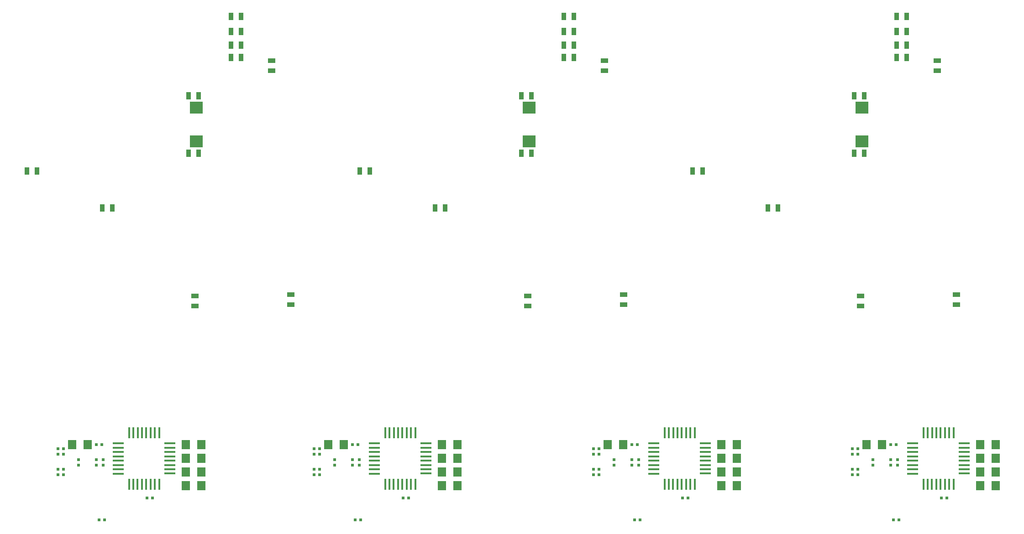
<source format=gbp>
G04 (created by PCBNEW-RS274X (2011-07-08)-stable) date Sun 14 Aug 2011 03:50:59 PM EDT*
G01*
G70*
G90*
%MOIN*%
G04 Gerber Fmt 3.4, Leading zero omitted, Abs format*
%FSLAX34Y34*%
G04 APERTURE LIST*
%ADD10C,0.006000*%
%ADD11R,0.035000X0.055000*%
%ADD12R,0.055000X0.035000*%
%ADD13R,0.094500X0.086600*%
%ADD14R,0.078700X0.017700*%
%ADD15R,0.017700X0.078700*%
%ADD16R,0.019700X0.019700*%
%ADD17R,0.062900X0.070900*%
G04 APERTURE END LIST*
G54D10*
G54D11*
X77075Y-33200D03*
X76325Y-33200D03*
X85725Y-19200D03*
X86475Y-19200D03*
X85725Y-20300D03*
X86475Y-20300D03*
X85725Y-21300D03*
X86475Y-21300D03*
X85725Y-22200D03*
X86475Y-22200D03*
G54D12*
X88700Y-22425D03*
X88700Y-23175D03*
X90100Y-40275D03*
X90100Y-39525D03*
X83100Y-40375D03*
X83100Y-39625D03*
G54D11*
X70825Y-30500D03*
X71575Y-30500D03*
X82625Y-25000D03*
X83375Y-25000D03*
X82625Y-29200D03*
X83375Y-29200D03*
G54D13*
X83200Y-25860D03*
X83200Y-28340D03*
X58900Y-25860D03*
X58900Y-28340D03*
G54D11*
X58325Y-29200D03*
X59075Y-29200D03*
X58325Y-25000D03*
X59075Y-25000D03*
X46525Y-30500D03*
X47275Y-30500D03*
G54D12*
X58800Y-40375D03*
X58800Y-39625D03*
X65800Y-40275D03*
X65800Y-39525D03*
X64400Y-22425D03*
X64400Y-23175D03*
G54D11*
X61425Y-22200D03*
X62175Y-22200D03*
X61425Y-21300D03*
X62175Y-21300D03*
X61425Y-20300D03*
X62175Y-20300D03*
X61425Y-19200D03*
X62175Y-19200D03*
X52775Y-33200D03*
X52025Y-33200D03*
G54D14*
X86904Y-50407D03*
X86904Y-50722D03*
X86904Y-51037D03*
X86904Y-51352D03*
X86904Y-51667D03*
X86904Y-51982D03*
X86904Y-52297D03*
X86904Y-52612D03*
X90670Y-52610D03*
X90670Y-50400D03*
X90670Y-50720D03*
X90670Y-51040D03*
X90670Y-51350D03*
X90670Y-51670D03*
X90670Y-51980D03*
X90670Y-52300D03*
G54D15*
X87688Y-53400D03*
X88002Y-53400D03*
X88318Y-53400D03*
X88632Y-53400D03*
X88948Y-53400D03*
X89262Y-53400D03*
X89578Y-53400D03*
X89892Y-53400D03*
X87690Y-49620D03*
X88000Y-49620D03*
X88320Y-49620D03*
X88630Y-49620D03*
X88940Y-49620D03*
X89260Y-49620D03*
X89580Y-49620D03*
X89900Y-49620D03*
G54D16*
X82500Y-50799D03*
X82500Y-51201D03*
X82900Y-50799D03*
X82900Y-51201D03*
X85300Y-52001D03*
X85300Y-51599D03*
X85800Y-52001D03*
X85800Y-51599D03*
X82900Y-52701D03*
X82900Y-52299D03*
X82500Y-52701D03*
X82500Y-52299D03*
X84000Y-52001D03*
X84000Y-51599D03*
X85299Y-50500D03*
X85701Y-50500D03*
X89401Y-54400D03*
X88999Y-54400D03*
X85901Y-56000D03*
X85499Y-56000D03*
G54D17*
X83541Y-50500D03*
X84659Y-50500D03*
X91841Y-50500D03*
X92959Y-50500D03*
X91841Y-51500D03*
X92959Y-51500D03*
X91841Y-52500D03*
X92959Y-52500D03*
X91841Y-53500D03*
X92959Y-53500D03*
X72941Y-53500D03*
X74059Y-53500D03*
X72941Y-52500D03*
X74059Y-52500D03*
X72941Y-51500D03*
X74059Y-51500D03*
X72941Y-50500D03*
X74059Y-50500D03*
X64641Y-50500D03*
X65759Y-50500D03*
G54D16*
X67001Y-56000D03*
X66599Y-56000D03*
X70501Y-54400D03*
X70099Y-54400D03*
X66399Y-50500D03*
X66801Y-50500D03*
X65100Y-52001D03*
X65100Y-51599D03*
X63600Y-52701D03*
X63600Y-52299D03*
X64000Y-52701D03*
X64000Y-52299D03*
X66900Y-52001D03*
X66900Y-51599D03*
X66400Y-52001D03*
X66400Y-51599D03*
X64000Y-50799D03*
X64000Y-51201D03*
X63600Y-50799D03*
X63600Y-51201D03*
G54D14*
X68004Y-50407D03*
X68004Y-50722D03*
X68004Y-51037D03*
X68004Y-51352D03*
X68004Y-51667D03*
X68004Y-51982D03*
X68004Y-52297D03*
X68004Y-52612D03*
X71770Y-52610D03*
X71770Y-50400D03*
X71770Y-50720D03*
X71770Y-51040D03*
X71770Y-51350D03*
X71770Y-51670D03*
X71770Y-51980D03*
X71770Y-52300D03*
G54D15*
X68788Y-53400D03*
X69102Y-53400D03*
X69418Y-53400D03*
X69732Y-53400D03*
X70048Y-53400D03*
X70362Y-53400D03*
X70678Y-53400D03*
X70992Y-53400D03*
X68790Y-49620D03*
X69100Y-49620D03*
X69420Y-49620D03*
X69730Y-49620D03*
X70040Y-49620D03*
X70360Y-49620D03*
X70680Y-49620D03*
X71000Y-49620D03*
G54D14*
X47604Y-50407D03*
X47604Y-50722D03*
X47604Y-51037D03*
X47604Y-51352D03*
X47604Y-51667D03*
X47604Y-51982D03*
X47604Y-52297D03*
X47604Y-52612D03*
X51370Y-52610D03*
X51370Y-50400D03*
X51370Y-50720D03*
X51370Y-51040D03*
X51370Y-51350D03*
X51370Y-51670D03*
X51370Y-51980D03*
X51370Y-52300D03*
G54D15*
X48388Y-53400D03*
X48702Y-53400D03*
X49018Y-53400D03*
X49332Y-53400D03*
X49648Y-53400D03*
X49962Y-53400D03*
X50278Y-53400D03*
X50592Y-53400D03*
X48390Y-49620D03*
X48700Y-49620D03*
X49020Y-49620D03*
X49330Y-49620D03*
X49640Y-49620D03*
X49960Y-49620D03*
X50280Y-49620D03*
X50600Y-49620D03*
G54D16*
X43200Y-50799D03*
X43200Y-51201D03*
X43600Y-50799D03*
X43600Y-51201D03*
X46000Y-52001D03*
X46000Y-51599D03*
X46500Y-52001D03*
X46500Y-51599D03*
X43600Y-52701D03*
X43600Y-52299D03*
X43200Y-52701D03*
X43200Y-52299D03*
X44700Y-52001D03*
X44700Y-51599D03*
X45999Y-50500D03*
X46401Y-50500D03*
X50101Y-54400D03*
X49699Y-54400D03*
X46601Y-56000D03*
X46199Y-56000D03*
G54D17*
X44241Y-50500D03*
X45359Y-50500D03*
X52541Y-50500D03*
X53659Y-50500D03*
X52541Y-51500D03*
X53659Y-51500D03*
X52541Y-52500D03*
X53659Y-52500D03*
X52541Y-53500D03*
X53659Y-53500D03*
G54D11*
X28475Y-33200D03*
X27725Y-33200D03*
X37125Y-19200D03*
X37875Y-19200D03*
X37125Y-20300D03*
X37875Y-20300D03*
X37125Y-21300D03*
X37875Y-21300D03*
X37125Y-22200D03*
X37875Y-22200D03*
G54D12*
X40100Y-22425D03*
X40100Y-23175D03*
X41500Y-40275D03*
X41500Y-39525D03*
X34500Y-40375D03*
X34500Y-39625D03*
G54D11*
X22225Y-30500D03*
X22975Y-30500D03*
X34025Y-25000D03*
X34775Y-25000D03*
X34025Y-29200D03*
X34775Y-29200D03*
G54D13*
X34600Y-25860D03*
X34600Y-28340D03*
G54D17*
X33841Y-53500D03*
X34959Y-53500D03*
X33841Y-52500D03*
X34959Y-52500D03*
X33841Y-51500D03*
X34959Y-51500D03*
X33841Y-50500D03*
X34959Y-50500D03*
X25541Y-50500D03*
X26659Y-50500D03*
G54D16*
X27901Y-56000D03*
X27499Y-56000D03*
X31401Y-54400D03*
X30999Y-54400D03*
X27299Y-50500D03*
X27701Y-50500D03*
X26000Y-52001D03*
X26000Y-51599D03*
X24500Y-52701D03*
X24500Y-52299D03*
X24900Y-52701D03*
X24900Y-52299D03*
X27800Y-52001D03*
X27800Y-51599D03*
X27300Y-52001D03*
X27300Y-51599D03*
X24900Y-50799D03*
X24900Y-51201D03*
X24500Y-50799D03*
X24500Y-51201D03*
G54D14*
X28904Y-50407D03*
X28904Y-50722D03*
X28904Y-51037D03*
X28904Y-51352D03*
X28904Y-51667D03*
X28904Y-51982D03*
X28904Y-52297D03*
X28904Y-52612D03*
X32670Y-52610D03*
X32670Y-50400D03*
X32670Y-50720D03*
X32670Y-51040D03*
X32670Y-51350D03*
X32670Y-51670D03*
X32670Y-51980D03*
X32670Y-52300D03*
G54D15*
X29688Y-53400D03*
X30002Y-53400D03*
X30318Y-53400D03*
X30632Y-53400D03*
X30948Y-53400D03*
X31262Y-53400D03*
X31578Y-53400D03*
X31892Y-53400D03*
X29690Y-49620D03*
X30000Y-49620D03*
X30320Y-49620D03*
X30630Y-49620D03*
X30940Y-49620D03*
X31260Y-49620D03*
X31580Y-49620D03*
X31900Y-49620D03*
M02*

</source>
